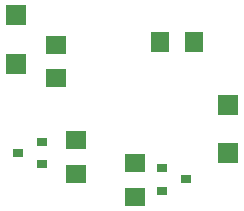
<source format=gtp>
G04 EAGLE Gerber RS-274X export*
G75*
%MOMM*%
%FSLAX34Y34*%
%LPD*%
%INTop Paste*%
%IPPOS*%
%AMOC8*
5,1,8,0,0,1.08239X$1,22.5*%
G01*
%ADD10R,1.700000X1.800000*%
%ADD11R,1.803000X1.600000*%
%ADD12R,0.889000X0.787400*%
%ADD13R,1.600000X1.803000*%


D10*
X38780Y146550D03*
X38780Y187550D03*
D11*
X89660Y53340D03*
X89660Y81780D03*
X72920Y133990D03*
X72920Y162430D03*
D12*
X60960Y61214D03*
X60960Y80518D03*
X40640Y70866D03*
D10*
X218440Y70940D03*
X218440Y111940D03*
D11*
X139700Y62480D03*
X139700Y34040D03*
D13*
X189480Y165100D03*
X161040Y165100D03*
D12*
X162560Y58166D03*
X162560Y38862D03*
X182880Y48514D03*
M02*

</source>
